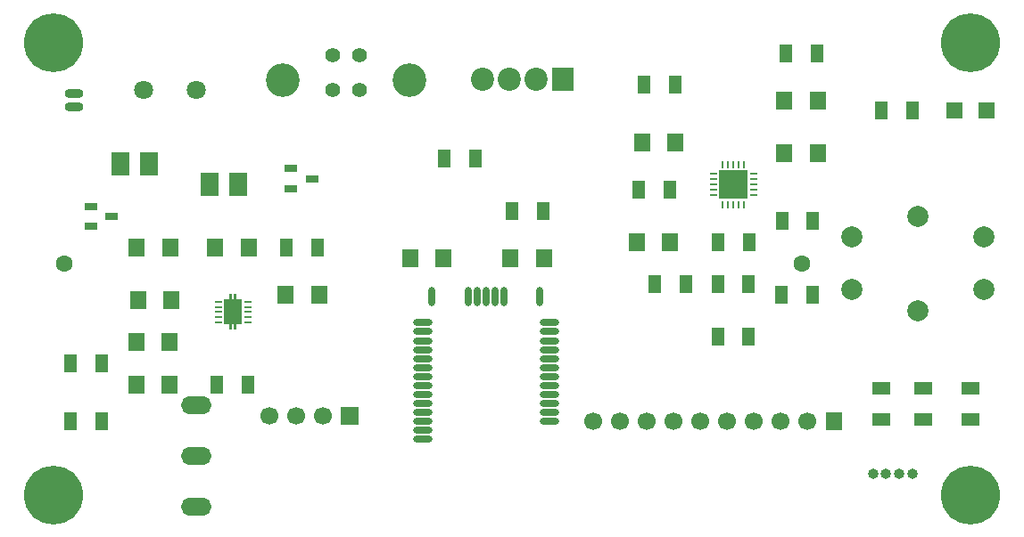
<source format=gbr>
%TF.GenerationSoftware,KiCad,Pcbnew,8.0.1*%
%TF.CreationDate,2024-04-01T02:15:42+02:00*%
%TF.ProjectId,ef_hbmob,65665f68-626d-46f6-922e-6b696361645f,rev?*%
%TF.SameCoordinates,Original*%
%TF.FileFunction,Soldermask,Top*%
%TF.FilePolarity,Negative*%
%FSLAX46Y46*%
G04 Gerber Fmt 4.6, Leading zero omitted, Abs format (unit mm)*
G04 Created by KiCad (PCBNEW 8.0.1) date 2024-04-01 02:15:42*
%MOMM*%
%LPD*%
G01*
G04 APERTURE LIST*
G04 Aperture macros list*
%AMRoundRect*
0 Rectangle with rounded corners*
0 $1 Rounding radius*
0 $2 $3 $4 $5 $6 $7 $8 $9 X,Y pos of 4 corners*
0 Add a 4 corners polygon primitive as box body*
4,1,4,$2,$3,$4,$5,$6,$7,$8,$9,$2,$3,0*
0 Add four circle primitives for the rounded corners*
1,1,$1+$1,$2,$3*
1,1,$1+$1,$4,$5*
1,1,$1+$1,$6,$7*
1,1,$1+$1,$8,$9*
0 Add four rect primitives between the rounded corners*
20,1,$1+$1,$2,$3,$4,$5,0*
20,1,$1+$1,$4,$5,$6,$7,0*
20,1,$1+$1,$6,$7,$8,$9,0*
20,1,$1+$1,$8,$9,$2,$3,0*%
%AMFreePoly0*
4,1,21,-0.125000,1.200000,0.125000,1.200000,0.125000,1.700000,0.375000,1.700000,0.375000,1.200000,0.825000,1.200000,0.825000,-1.200000,0.375000,-1.200000,0.375000,-1.700000,0.125000,-1.700000,0.125000,-1.200000,-0.125000,-1.200000,-0.125000,-1.700000,-0.375000,-1.700000,-0.375000,-1.200000,-0.825000,-1.200000,-0.825000,1.200000,-0.375000,1.200000,-0.375000,1.700000,-0.125000,1.700000,
-0.125000,1.200000,-0.125000,1.200000,$1*%
G04 Aperture macros list end*
%ADD10C,2.000000*%
%ADD11C,3.600000*%
%ADD12C,5.600000*%
%ADD13R,1.210000X1.700000*%
%ADD14R,1.490000X1.730000*%
%ADD15R,1.790000X2.200000*%
%ADD16R,1.700000X1.210000*%
%ADD17R,1.250000X0.700000*%
%ADD18RoundRect,0.060000X-0.240000X-0.060000X0.240000X-0.060000X0.240000X0.060000X-0.240000X0.060000X0*%
%ADD19FreePoly0,0.000000*%
%ADD20O,1.000000X1.000000*%
%ADD21R,1.190000X1.730000*%
%ADD22R,0.280000X0.660000*%
%ADD23R,0.660000X0.280000*%
%ADD24R,2.700000X2.700000*%
%ADD25R,1.570000X1.700000*%
%ADD26C,1.700000*%
%ADD27O,1.820000X0.720000*%
%ADD28O,0.720000X1.820000*%
%ADD29R,1.630000X1.600000*%
%ADD30R,2.000000X2.200000*%
%ADD31C,2.200000*%
%ADD32C,1.800000*%
%ADD33O,1.800000X0.900000*%
%ADD34R,1.700000X1.700000*%
%ADD35C,3.200000*%
%ADD36C,1.400000*%
%ADD37O,2.900000X1.700000*%
%ADD38C,1.600000*%
G04 APERTURE END LIST*
D10*
%TO.C,SW2*%
X140467157Y-61467157D03*
X140467157Y-70467157D03*
X146717157Y-68467157D03*
X134217157Y-68467157D03*
X146717157Y-63467157D03*
X134217157Y-63467157D03*
%TD*%
D11*
%TO.C,H1*%
X58467157Y-44967157D03*
D12*
X58467157Y-44967157D03*
%TD*%
D13*
%TO.C,R11*%
X95507157Y-55967157D03*
X98467157Y-55967157D03*
%TD*%
%TO.C,R18*%
X80507157Y-64467157D03*
X83467157Y-64467157D03*
%TD*%
%TO.C,R8*%
X127507157Y-68967157D03*
X130467157Y-68967157D03*
%TD*%
D14*
%TO.C,C9*%
X66467157Y-69467157D03*
X69647157Y-69467157D03*
%TD*%
D15*
%TO.C,D1*%
X64787157Y-56467157D03*
X67467157Y-56467157D03*
%TD*%
D16*
%TO.C,R17*%
X145467157Y-80797157D03*
X145467157Y-77837157D03*
%TD*%
D13*
%TO.C,R7*%
X130927157Y-45967157D03*
X127967157Y-45967157D03*
%TD*%
%TO.C,R5*%
X121507157Y-63967157D03*
X124467157Y-63967157D03*
%TD*%
D17*
%TO.C,Q3*%
X80967157Y-56967157D03*
X80967157Y-58867157D03*
X82967157Y-57917157D03*
%TD*%
D14*
%TO.C,C8*%
X69467157Y-77467157D03*
X66287157Y-77467157D03*
%TD*%
D18*
%TO.C,U2*%
X74067157Y-69597157D03*
X74067157Y-70097157D03*
X74067157Y-70597157D03*
X74067157Y-71097157D03*
X74067157Y-71597157D03*
X76867157Y-71597157D03*
X76867157Y-71097157D03*
X76867157Y-70597157D03*
X76867157Y-70097157D03*
X76867157Y-69597157D03*
D19*
X75467157Y-70597157D03*
%TD*%
D14*
%TO.C,C5*%
X113787157Y-63967157D03*
X116967157Y-63967157D03*
%TD*%
D20*
%TO.C,D3*%
X137457157Y-85967157D03*
X136207157Y-85967157D03*
X138717157Y-85967157D03*
X139967157Y-85967157D03*
%TD*%
D13*
%TO.C,R1*%
X60007157Y-80967157D03*
X62967157Y-80967157D03*
%TD*%
D14*
%TO.C,C2*%
X127787157Y-50467157D03*
X130967157Y-50467157D03*
%TD*%
D11*
%TO.C,H3*%
X58467157Y-87967157D03*
D12*
X58467157Y-87967157D03*
%TD*%
D14*
%TO.C,C11*%
X114287157Y-54467157D03*
X117467157Y-54467157D03*
%TD*%
%TO.C,C10*%
X73787157Y-64467157D03*
X76967157Y-64467157D03*
%TD*%
D11*
%TO.C,H2*%
X145467157Y-44967157D03*
D12*
X145467157Y-44967157D03*
%TD*%
D15*
%TO.C,D2*%
X75967157Y-58467157D03*
X73287157Y-58467157D03*
%TD*%
D21*
%TO.C,F1*%
X130467157Y-61967157D03*
X127567157Y-61967157D03*
%TD*%
D14*
%TO.C,C3*%
X101787157Y-65467157D03*
X104967157Y-65467157D03*
%TD*%
D13*
%TO.C,R3*%
X114007157Y-58967157D03*
X116967157Y-58967157D03*
%TD*%
D17*
%TO.C,Q1*%
X61967157Y-60567157D03*
X61967157Y-62467157D03*
X63967157Y-61517157D03*
%TD*%
D14*
%TO.C,C6*%
X92287157Y-65467157D03*
X95467157Y-65467157D03*
%TD*%
%TO.C,C1*%
X66320000Y-64467157D03*
X69500000Y-64467157D03*
%TD*%
D16*
%TO.C,R16*%
X140967157Y-80797157D03*
X140967157Y-77837157D03*
%TD*%
D13*
%TO.C,R14*%
X139967157Y-51467157D03*
X137007157Y-51467157D03*
%TD*%
%TO.C,R10*%
X73967157Y-77467157D03*
X76927157Y-77467157D03*
%TD*%
D22*
%TO.C,BT2*%
X121967157Y-60377157D03*
X122467157Y-60377157D03*
X122967157Y-60377157D03*
X123467157Y-60377157D03*
X123967157Y-60377157D03*
D23*
X124877157Y-59467157D03*
X124877157Y-58967157D03*
X124877157Y-58467157D03*
X124877157Y-57967157D03*
X124877157Y-57467157D03*
D22*
X123967157Y-56557157D03*
X123467157Y-56557157D03*
X122967157Y-56557157D03*
X122467157Y-56557157D03*
X121967157Y-56557157D03*
D23*
X121057157Y-57467157D03*
X121057157Y-57967157D03*
X121057157Y-58467157D03*
X121057157Y-58967157D03*
X121057157Y-59467157D03*
D24*
X122967157Y-58467157D03*
%TD*%
D14*
%TO.C,C4*%
X127787157Y-55467157D03*
X130967157Y-55467157D03*
%TD*%
D25*
%TO.C,J3*%
X132507157Y-80967157D03*
D26*
X129967157Y-80967157D03*
X127427157Y-80967157D03*
X124887157Y-80967157D03*
X122347157Y-80967157D03*
X119807157Y-80967157D03*
X117267157Y-80967157D03*
X114727157Y-80967157D03*
X112187157Y-80967157D03*
X109647157Y-80967157D03*
%TD*%
D27*
%TO.C,U1*%
X105467157Y-80967157D03*
X105467157Y-80116834D03*
X105467157Y-79266543D03*
X105467157Y-78416253D03*
X105467157Y-77565962D03*
X105467157Y-76715672D03*
X105467157Y-75865382D03*
X105467157Y-75015091D03*
X105467157Y-74164801D03*
X105467157Y-73314510D03*
X105467157Y-72464220D03*
X105467157Y-71607730D03*
D28*
X104561442Y-69157717D03*
X101163348Y-69157717D03*
X100313825Y-69157717D03*
X99464302Y-69157717D03*
X98614778Y-69157717D03*
X97765255Y-69157717D03*
X94366687Y-69157717D03*
D27*
X93467158Y-71613930D03*
X93467158Y-72464223D03*
X93467158Y-73314516D03*
X93467158Y-74164809D03*
X93467158Y-75015101D03*
X93467158Y-75865394D03*
X93467158Y-76715687D03*
X93467158Y-77565980D03*
X93467158Y-78416273D03*
X93467158Y-79266566D03*
X93467158Y-80116859D03*
X93467158Y-80967152D03*
X93467158Y-81817445D03*
X93467158Y-82667738D03*
%TD*%
D13*
%TO.C,R9*%
X124427157Y-72967157D03*
X121467157Y-72967157D03*
%TD*%
D14*
%TO.C,L1*%
X66287157Y-73467157D03*
X69467157Y-73467157D03*
%TD*%
D11*
%TO.C,H4*%
X145467157Y-87967157D03*
D12*
X145467157Y-87967157D03*
%TD*%
D29*
%TO.C,D6*%
X146967157Y-51467157D03*
X143927157Y-51467157D03*
%TD*%
D13*
%TO.C,R13*%
X124427157Y-67967157D03*
X121467157Y-67967157D03*
%TD*%
D14*
%TO.C,C7*%
X80467157Y-68967157D03*
X83647157Y-68967157D03*
%TD*%
D16*
%TO.C,R15*%
X136967157Y-80797157D03*
X136967157Y-77837157D03*
%TD*%
D13*
%TO.C,R6*%
X114507157Y-48967157D03*
X117467157Y-48967157D03*
%TD*%
%TO.C,R4*%
X115507157Y-67967157D03*
X118467157Y-67967157D03*
%TD*%
%TO.C,R2*%
X60007157Y-75467157D03*
X62967157Y-75467157D03*
%TD*%
%TO.C,R12*%
X104927157Y-60967157D03*
X101967157Y-60967157D03*
%TD*%
D30*
%TO.C,CN1*%
X106777157Y-48467157D03*
D31*
X104237157Y-48467157D03*
X101697157Y-48467157D03*
X99157157Y-48467157D03*
%TD*%
D32*
%TO.C,BZ1*%
X71967157Y-49467157D03*
X66967157Y-49467157D03*
%TD*%
D33*
%TO.C,M1*%
X60337157Y-51097157D03*
X60337157Y-49837157D03*
%TD*%
D34*
%TO.C,J2*%
X86547157Y-80467157D03*
D26*
X84007157Y-80467157D03*
X81467157Y-80467157D03*
X78927157Y-80467157D03*
%TD*%
D35*
%TO.C,USB1*%
X92217157Y-48507157D03*
X80177157Y-48507157D03*
D36*
X84927157Y-46207157D03*
X87467157Y-46207157D03*
X87467157Y-49467157D03*
X84927157Y-49467157D03*
%TD*%
D37*
%TO.C,SW1*%
X71967157Y-79467157D03*
X71967157Y-84267157D03*
X71967157Y-89067157D03*
%TD*%
D38*
%TO.C,BT1*%
X129467157Y-65967157D03*
X59467157Y-65967157D03*
%TD*%
M02*

</source>
